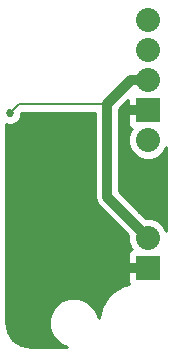
<source format=gbl>
G04 #@! TF.FileFunction,Copper,L2,Bot,Signal*
%FSLAX46Y46*%
G04 Gerber Fmt 4.6, Leading zero omitted, Abs format (unit mm)*
G04 Created by KiCad (PCBNEW (2015-11-03 BZR 6296)-product) date Thursday, November 12, 2015 'AMt' 10:54:08 AM*
%MOMM*%
G01*
G04 APERTURE LIST*
%ADD10C,0.100000*%
%ADD11O,2.032000X2.032000*%
%ADD12C,2.032000*%
%ADD13R,2.032000X2.032000*%
%ADD14C,0.685800*%
%ADD15C,0.152400*%
%ADD16C,0.812800*%
%ADD17C,0.254000*%
G04 APERTURE END LIST*
D10*
D11*
X169490000Y-97640000D03*
D12*
X169490000Y-100180000D03*
X169490000Y-102720000D03*
D13*
X169490000Y-105260000D03*
D12*
X169490000Y-107800000D03*
X169490000Y-116040000D03*
D13*
X169490000Y-118580000D03*
D14*
X163510000Y-108370000D03*
X163100000Y-108940000D03*
X163240000Y-109670000D03*
X162480000Y-109520000D03*
X162460000Y-110260000D03*
X163110000Y-107680000D03*
X162440000Y-107440000D03*
X162960000Y-106990000D03*
X162480000Y-106440000D03*
X162580000Y-105700000D03*
X157810000Y-105500000D03*
D15*
X163720000Y-108804933D02*
X163584933Y-108940000D01*
X163720000Y-108755067D02*
X163720000Y-108804933D01*
X163584933Y-108940000D02*
X163100000Y-108940000D01*
X163220000Y-109650000D02*
X163240000Y-109670000D01*
X163220000Y-109420000D02*
X163220000Y-109650000D01*
X163440000Y-109640000D02*
X163220000Y-109420000D01*
D16*
X169490000Y-105260000D02*
X167790000Y-105260000D01*
X169490000Y-118580000D02*
X167661200Y-118580000D01*
X167661200Y-118580000D02*
X167651200Y-118590000D01*
D15*
X162480000Y-109520000D02*
X162770000Y-109810000D01*
X162460000Y-110260000D02*
X162780000Y-110580000D01*
X163110000Y-107680000D02*
X163360000Y-107430000D01*
X162440000Y-107440000D02*
X162520000Y-107520000D01*
X162970000Y-107000000D02*
X163360000Y-107000000D01*
X162960000Y-106990000D02*
X162970000Y-107000000D01*
X162480000Y-106440000D02*
X162964933Y-106440000D01*
X162580000Y-105700000D02*
X162910000Y-105370000D01*
X166030000Y-104743160D02*
X158566840Y-104743160D01*
X158566840Y-104743160D02*
X157810000Y-105500000D01*
D16*
X166030000Y-112560000D02*
X166030000Y-104743160D01*
X166030000Y-104743160D02*
X168053160Y-102720000D01*
X168053160Y-102720000D02*
X169490000Y-102720000D01*
X167915199Y-114445199D02*
X166030000Y-112560000D01*
X169490000Y-116040000D02*
X167915199Y-114465199D01*
X167915199Y-114465199D02*
X167915199Y-114445199D01*
D17*
G36*
X164996600Y-112560000D02*
X165075263Y-112955465D01*
X165299276Y-113290724D01*
X167144202Y-115135650D01*
X167184475Y-115195923D01*
X167847158Y-115858606D01*
X167846716Y-116365379D01*
X168096320Y-116969469D01*
X168141274Y-117014501D01*
X168114302Y-117025673D01*
X167935673Y-117204301D01*
X167839000Y-117437690D01*
X167839000Y-118294250D01*
X167997750Y-118453000D01*
X169363000Y-118453000D01*
X169363000Y-118433000D01*
X169617000Y-118433000D01*
X169617000Y-118453000D01*
X169637000Y-118453000D01*
X169637000Y-118707000D01*
X169617000Y-118707000D01*
X169617000Y-118727000D01*
X169363000Y-118727000D01*
X169363000Y-118707000D01*
X167997750Y-118707000D01*
X167839000Y-118865750D01*
X167839000Y-119722310D01*
X167932048Y-119946948D01*
X167560668Y-120020820D01*
X167307611Y-120125639D01*
X166415446Y-120721764D01*
X166221764Y-120915446D01*
X165625639Y-121807611D01*
X165527899Y-122043578D01*
X165520820Y-122060668D01*
X165371068Y-122813523D01*
X165054234Y-122046726D01*
X164456422Y-121447869D01*
X163674943Y-121123370D01*
X162828770Y-121122632D01*
X162046726Y-121445766D01*
X161447869Y-122043578D01*
X161123370Y-122825057D01*
X161122632Y-123671230D01*
X161445766Y-124453274D01*
X162043578Y-125052131D01*
X162635695Y-125298000D01*
X159569139Y-125298000D01*
X158721529Y-125129400D01*
X158061570Y-124688430D01*
X157620600Y-124028472D01*
X157452000Y-123180861D01*
X157452000Y-106401537D01*
X157616229Y-106469731D01*
X158002079Y-106470068D01*
X158358686Y-106322720D01*
X158631761Y-106050121D01*
X158779731Y-105693771D01*
X158779879Y-105524596D01*
X158858115Y-105446360D01*
X164996600Y-105446360D01*
X164996600Y-112560000D01*
X164996600Y-112560000D01*
G37*
X164996600Y-112560000D02*
X165075263Y-112955465D01*
X165299276Y-113290724D01*
X167144202Y-115135650D01*
X167184475Y-115195923D01*
X167847158Y-115858606D01*
X167846716Y-116365379D01*
X168096320Y-116969469D01*
X168141274Y-117014501D01*
X168114302Y-117025673D01*
X167935673Y-117204301D01*
X167839000Y-117437690D01*
X167839000Y-118294250D01*
X167997750Y-118453000D01*
X169363000Y-118453000D01*
X169363000Y-118433000D01*
X169617000Y-118433000D01*
X169617000Y-118453000D01*
X169637000Y-118453000D01*
X169637000Y-118707000D01*
X169617000Y-118707000D01*
X169617000Y-118727000D01*
X169363000Y-118727000D01*
X169363000Y-118707000D01*
X167997750Y-118707000D01*
X167839000Y-118865750D01*
X167839000Y-119722310D01*
X167932048Y-119946948D01*
X167560668Y-120020820D01*
X167307611Y-120125639D01*
X166415446Y-120721764D01*
X166221764Y-120915446D01*
X165625639Y-121807611D01*
X165527899Y-122043578D01*
X165520820Y-122060668D01*
X165371068Y-122813523D01*
X165054234Y-122046726D01*
X164456422Y-121447869D01*
X163674943Y-121123370D01*
X162828770Y-121122632D01*
X162046726Y-121445766D01*
X161447869Y-122043578D01*
X161123370Y-122825057D01*
X161122632Y-123671230D01*
X161445766Y-124453274D01*
X162043578Y-125052131D01*
X162635695Y-125298000D01*
X159569139Y-125298000D01*
X158721529Y-125129400D01*
X158061570Y-124688430D01*
X157620600Y-124028472D01*
X157452000Y-123180861D01*
X157452000Y-106401537D01*
X157616229Y-106469731D01*
X158002079Y-106470068D01*
X158358686Y-106322720D01*
X158631761Y-106050121D01*
X158779731Y-105693771D01*
X158779879Y-105524596D01*
X158858115Y-105446360D01*
X164996600Y-105446360D01*
X164996600Y-112560000D01*
G36*
X167839000Y-104974250D02*
X167997750Y-105133000D01*
X169363000Y-105133000D01*
X169363000Y-105113000D01*
X169617000Y-105113000D01*
X169617000Y-105133000D01*
X169637000Y-105133000D01*
X169637000Y-105387000D01*
X169617000Y-105387000D01*
X169617000Y-105407000D01*
X169363000Y-105407000D01*
X169363000Y-105387000D01*
X167997750Y-105387000D01*
X167839000Y-105545750D01*
X167839000Y-106402310D01*
X167935673Y-106635699D01*
X168114302Y-106814327D01*
X168140812Y-106825308D01*
X168097945Y-106868100D01*
X167847286Y-107471753D01*
X167846716Y-108125379D01*
X168096320Y-108729469D01*
X168558100Y-109192055D01*
X169161753Y-109442714D01*
X169815379Y-109443284D01*
X170419469Y-109193680D01*
X170882055Y-108731900D01*
X171048000Y-108332261D01*
X171048000Y-115508217D01*
X170883680Y-115110531D01*
X170421900Y-114647945D01*
X169818247Y-114397286D01*
X169308289Y-114396841D01*
X168686196Y-113774748D01*
X168645923Y-113714475D01*
X167063400Y-112131952D01*
X167063400Y-105171208D01*
X167839000Y-104395608D01*
X167839000Y-104974250D01*
X167839000Y-104974250D01*
G37*
X167839000Y-104974250D02*
X167997750Y-105133000D01*
X169363000Y-105133000D01*
X169363000Y-105113000D01*
X169617000Y-105113000D01*
X169617000Y-105133000D01*
X169637000Y-105133000D01*
X169637000Y-105387000D01*
X169617000Y-105387000D01*
X169617000Y-105407000D01*
X169363000Y-105407000D01*
X169363000Y-105387000D01*
X167997750Y-105387000D01*
X167839000Y-105545750D01*
X167839000Y-106402310D01*
X167935673Y-106635699D01*
X168114302Y-106814327D01*
X168140812Y-106825308D01*
X168097945Y-106868100D01*
X167847286Y-107471753D01*
X167846716Y-108125379D01*
X168096320Y-108729469D01*
X168558100Y-109192055D01*
X169161753Y-109442714D01*
X169815379Y-109443284D01*
X170419469Y-109193680D01*
X170882055Y-108731900D01*
X171048000Y-108332261D01*
X171048000Y-115508217D01*
X170883680Y-115110531D01*
X170421900Y-114647945D01*
X169818247Y-114397286D01*
X169308289Y-114396841D01*
X168686196Y-113774748D01*
X168645923Y-113714475D01*
X167063400Y-112131952D01*
X167063400Y-105171208D01*
X167839000Y-104395608D01*
X167839000Y-104974250D01*
M02*

</source>
